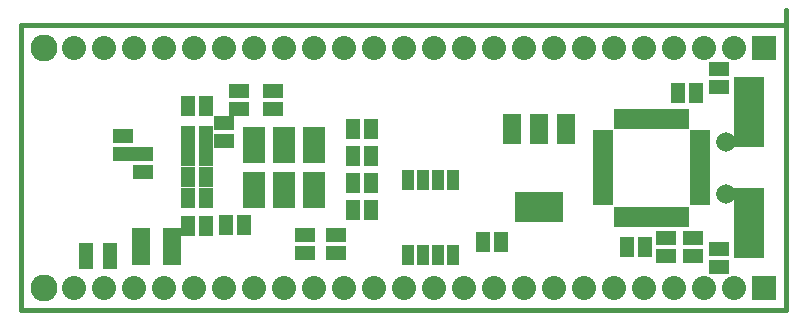
<source format=gbs>
G04 (created by PCBNEW-RS274X (2012-01-19 BZR 3256)-stable) date Thu 07 Mar 2013 02:54:08 AM COT*
G01*
G70*
G90*
%MOIN*%
G04 Gerber Fmt 3.4, Leading zero omitted, Abs format*
%FSLAX34Y34*%
G04 APERTURE LIST*
%ADD10C,0.006000*%
%ADD11C,0.015000*%
%ADD12R,0.065000X0.045000*%
%ADD13R,0.045000X0.065000*%
%ADD14C,0.065400*%
%ADD15R,0.164000X0.100000*%
%ADD16R,0.060000X0.100000*%
%ADD17R,0.040000X0.065000*%
%ADD18R,0.075000X0.120000*%
%ADD19R,0.046000X0.036000*%
%ADD20R,0.059400X0.047200*%
%ADD21R,0.031800X0.067200*%
%ADD22R,0.067200X0.031800*%
%ADD23R,0.098700X0.236500*%
%ADD24R,0.080000X0.080000*%
%ADD25C,0.080000*%
%ADD26C,0.090000*%
G04 APERTURE END LIST*
G54D10*
G54D11*
X44250Y-31250D02*
X44500Y-31250D01*
X44250Y-21750D02*
X44250Y-31250D01*
X69750Y-21750D02*
X69750Y-22000D01*
X44250Y-21750D02*
X69750Y-21750D01*
X69750Y-31250D02*
X44250Y-31250D01*
X69750Y-21250D02*
X69750Y-31250D01*
G54D12*
X47650Y-26050D03*
X47650Y-25450D03*
X48300Y-26650D03*
X48300Y-26050D03*
G54D13*
X60225Y-28975D03*
X59625Y-28975D03*
X50400Y-28450D03*
X49800Y-28450D03*
X50400Y-27500D03*
X49800Y-27500D03*
X50400Y-26100D03*
X49800Y-26100D03*
X50400Y-25450D03*
X49800Y-25450D03*
X50400Y-24450D03*
X49800Y-24450D03*
G54D12*
X51500Y-23950D03*
X51500Y-24550D03*
X52650Y-23950D03*
X52650Y-24550D03*
G54D13*
X51075Y-28400D03*
X51675Y-28400D03*
X55900Y-25200D03*
X55300Y-25200D03*
X55900Y-27900D03*
X55300Y-27900D03*
G54D12*
X54750Y-29350D03*
X54750Y-28750D03*
X53700Y-29350D03*
X53700Y-28750D03*
G54D13*
X50400Y-26800D03*
X49800Y-26800D03*
X55900Y-26100D03*
X55300Y-26100D03*
X55900Y-27000D03*
X55300Y-27000D03*
G54D14*
X67744Y-25634D03*
X67744Y-27366D03*
G54D15*
X61500Y-27800D03*
G54D16*
X61500Y-25200D03*
X62400Y-25200D03*
X60600Y-25200D03*
G54D17*
X58650Y-26900D03*
X58150Y-26900D03*
X57650Y-26900D03*
X57150Y-26900D03*
X57150Y-29400D03*
X57650Y-29400D03*
X58150Y-29400D03*
X58650Y-29400D03*
G54D12*
X51000Y-25600D03*
X51000Y-25000D03*
G54D18*
X52000Y-25750D03*
X53000Y-25750D03*
X54000Y-25750D03*
X54000Y-27250D03*
X53000Y-27250D03*
X52000Y-27250D03*
G54D19*
X47210Y-29180D03*
X47210Y-29700D03*
X47210Y-29440D03*
X46410Y-29700D03*
X46410Y-29180D03*
X46410Y-29440D03*
G54D20*
X49262Y-28756D03*
X49262Y-29504D03*
X49262Y-29130D03*
X48238Y-29504D03*
X48238Y-28756D03*
X48238Y-29130D03*
G54D12*
X65750Y-29450D03*
X65750Y-28850D03*
X66650Y-29450D03*
X66650Y-28850D03*
G54D13*
X64450Y-29150D03*
X65050Y-29150D03*
G54D12*
X67500Y-23200D03*
X67500Y-23800D03*
X67500Y-29800D03*
X67500Y-29200D03*
G54D13*
X66150Y-24000D03*
X66750Y-24000D03*
G54D21*
X66332Y-28133D03*
X66135Y-28133D03*
X65938Y-28133D03*
X65742Y-28133D03*
X65545Y-28133D03*
X65348Y-28133D03*
X65152Y-28133D03*
X64955Y-28133D03*
X64758Y-28133D03*
X64562Y-28133D03*
X64365Y-28133D03*
X64168Y-28133D03*
G54D22*
X63617Y-27582D03*
X63617Y-27385D03*
X63617Y-27188D03*
X63617Y-26992D03*
X63617Y-26795D03*
X63617Y-26598D03*
X63617Y-26402D03*
X63617Y-26205D03*
X63617Y-26008D03*
X63617Y-25812D03*
X63617Y-25615D03*
X63617Y-25418D03*
G54D21*
X64168Y-24867D03*
X64365Y-24867D03*
X64562Y-24867D03*
X64758Y-24867D03*
X64955Y-24867D03*
X65152Y-24867D03*
X65348Y-24867D03*
X65545Y-24867D03*
X65742Y-24867D03*
X65938Y-24867D03*
X66135Y-24867D03*
X66332Y-24867D03*
G54D22*
X66883Y-25418D03*
X66883Y-25615D03*
X66883Y-25812D03*
X66883Y-26008D03*
X66883Y-26205D03*
X66883Y-26402D03*
X66883Y-26598D03*
X66883Y-26795D03*
X66883Y-26992D03*
X66883Y-27188D03*
X66883Y-27385D03*
X66883Y-27582D03*
G54D23*
X68500Y-28350D03*
X68500Y-24650D03*
G54D24*
X69000Y-22500D03*
G54D25*
X68000Y-22500D03*
X67000Y-22500D03*
X66000Y-22500D03*
X65000Y-22500D03*
X64000Y-22500D03*
X63000Y-22500D03*
X62000Y-22500D03*
X61000Y-22500D03*
X60000Y-22500D03*
X59000Y-22500D03*
X58000Y-22500D03*
X57000Y-22500D03*
X56000Y-22500D03*
X55000Y-22500D03*
X54000Y-22500D03*
X53000Y-22500D03*
X52000Y-22500D03*
X51000Y-22500D03*
X50000Y-22500D03*
X49000Y-22500D03*
X48000Y-22500D03*
X47000Y-22500D03*
X46000Y-22500D03*
G54D26*
X45000Y-22500D03*
G54D24*
X69000Y-30500D03*
G54D25*
X68000Y-30500D03*
X67000Y-30500D03*
X66000Y-30500D03*
X65000Y-30500D03*
X64000Y-30500D03*
X63000Y-30500D03*
X62000Y-30500D03*
X61000Y-30500D03*
X60000Y-30500D03*
X59000Y-30500D03*
X58000Y-30500D03*
X57000Y-30500D03*
X56000Y-30500D03*
X55000Y-30500D03*
X54000Y-30500D03*
X53000Y-30500D03*
X52000Y-30500D03*
X51000Y-30500D03*
X50000Y-30500D03*
X49000Y-30500D03*
X48000Y-30500D03*
X47000Y-30500D03*
X46000Y-30500D03*
G54D26*
X45000Y-30500D03*
M02*

</source>
